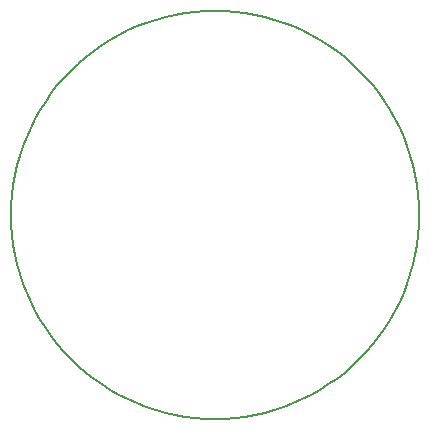
<source format=gko>
G75*
G70*
%OFA0B0*%
%FSLAX24Y24*%
%IPPOS*%
%LPD*%
%AMOC8*
5,1,8,0,0,1.08239X$1,22.5*
%
%ADD10C,0.0060*%
D10*
X001928Y008506D02*
X001936Y008840D01*
X001961Y009173D01*
X002002Y009504D01*
X002059Y009833D01*
X002132Y010158D01*
X002221Y010480D01*
X002326Y010797D01*
X002446Y011108D01*
X002581Y011413D01*
X002731Y011711D01*
X002895Y012002D01*
X003074Y012284D01*
X003266Y012557D01*
X003472Y012820D01*
X003690Y013073D01*
X003920Y013314D01*
X004161Y013544D01*
X004414Y013762D01*
X004677Y013968D01*
X004950Y014160D01*
X005232Y014339D01*
X005523Y014503D01*
X005821Y014653D01*
X006126Y014788D01*
X006437Y014908D01*
X006754Y015013D01*
X007076Y015102D01*
X007401Y015175D01*
X007730Y015232D01*
X008061Y015273D01*
X008394Y015298D01*
X008728Y015306D01*
X009062Y015298D01*
X009395Y015273D01*
X009726Y015232D01*
X010055Y015175D01*
X010380Y015102D01*
X010702Y015013D01*
X011019Y014908D01*
X011330Y014788D01*
X011635Y014653D01*
X011933Y014503D01*
X012224Y014339D01*
X012506Y014160D01*
X012779Y013968D01*
X013042Y013762D01*
X013295Y013544D01*
X013536Y013314D01*
X013766Y013073D01*
X013984Y012820D01*
X014190Y012557D01*
X014382Y012284D01*
X014561Y012002D01*
X014725Y011711D01*
X014875Y011413D01*
X015010Y011108D01*
X015130Y010797D01*
X015235Y010480D01*
X015324Y010158D01*
X015397Y009833D01*
X015454Y009504D01*
X015495Y009173D01*
X015520Y008840D01*
X015528Y008506D01*
X015520Y008172D01*
X015495Y007839D01*
X015454Y007508D01*
X015397Y007179D01*
X015324Y006854D01*
X015235Y006532D01*
X015130Y006215D01*
X015010Y005904D01*
X014875Y005599D01*
X014725Y005301D01*
X014561Y005010D01*
X014382Y004728D01*
X014190Y004455D01*
X013984Y004192D01*
X013766Y003939D01*
X013536Y003698D01*
X013295Y003468D01*
X013042Y003250D01*
X012779Y003044D01*
X012506Y002852D01*
X012224Y002673D01*
X011933Y002509D01*
X011635Y002359D01*
X011330Y002224D01*
X011019Y002104D01*
X010702Y001999D01*
X010380Y001910D01*
X010055Y001837D01*
X009726Y001780D01*
X009395Y001739D01*
X009062Y001714D01*
X008728Y001706D01*
X008394Y001714D01*
X008061Y001739D01*
X007730Y001780D01*
X007401Y001837D01*
X007076Y001910D01*
X006754Y001999D01*
X006437Y002104D01*
X006126Y002224D01*
X005821Y002359D01*
X005523Y002509D01*
X005232Y002673D01*
X004950Y002852D01*
X004677Y003044D01*
X004414Y003250D01*
X004161Y003468D01*
X003920Y003698D01*
X003690Y003939D01*
X003472Y004192D01*
X003266Y004455D01*
X003074Y004728D01*
X002895Y005010D01*
X002731Y005301D01*
X002581Y005599D01*
X002446Y005904D01*
X002326Y006215D01*
X002221Y006532D01*
X002132Y006854D01*
X002059Y007179D01*
X002002Y007508D01*
X001961Y007839D01*
X001936Y008172D01*
X001928Y008506D01*
M02*

</source>
